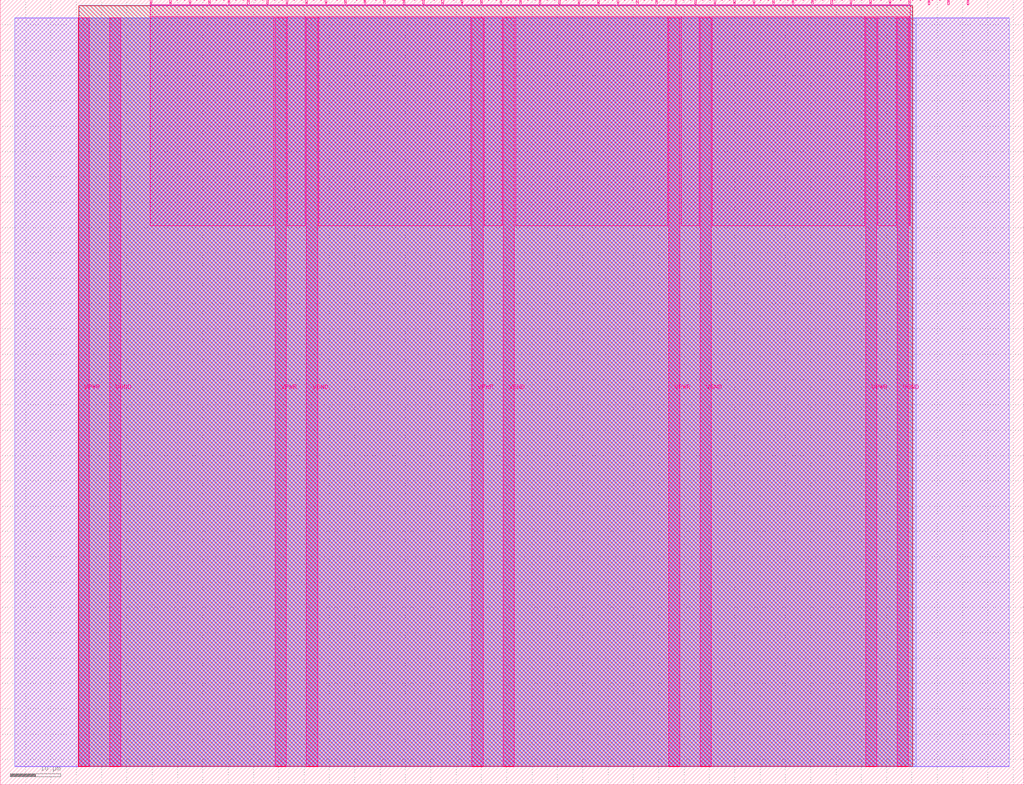
<source format=lef>
VERSION 5.7 ;
  NOWIREEXTENSIONATPIN ON ;
  DIVIDERCHAR "/" ;
  BUSBITCHARS "[]" ;
MACRO tt_um_c_2_array_mult
  CLASS BLOCK ;
  FOREIGN tt_um_c_2_array_mult ;
  ORIGIN 0.000 0.000 ;
  SIZE 202.080 BY 154.980 ;
  PIN VGND
    DIRECTION INOUT ;
    USE GROUND ;
    PORT
      LAYER Metal5 ;
        RECT 21.580 3.560 23.780 151.420 ;
    END
    PORT
      LAYER Metal5 ;
        RECT 60.450 3.560 62.650 151.420 ;
    END
    PORT
      LAYER Metal5 ;
        RECT 99.320 3.560 101.520 151.420 ;
    END
    PORT
      LAYER Metal5 ;
        RECT 138.190 3.560 140.390 151.420 ;
    END
    PORT
      LAYER Metal5 ;
        RECT 177.060 3.560 179.260 151.420 ;
    END
  END VGND
  PIN VPWR
    DIRECTION INOUT ;
    USE POWER ;
    PORT
      LAYER Metal5 ;
        RECT 15.380 3.560 17.580 151.420 ;
    END
    PORT
      LAYER Metal5 ;
        RECT 54.250 3.560 56.450 151.420 ;
    END
    PORT
      LAYER Metal5 ;
        RECT 93.120 3.560 95.320 151.420 ;
    END
    PORT
      LAYER Metal5 ;
        RECT 131.990 3.560 134.190 151.420 ;
    END
    PORT
      LAYER Metal5 ;
        RECT 170.860 3.560 173.060 151.420 ;
    END
  END VPWR
  PIN clk
    DIRECTION INPUT ;
    USE SIGNAL ;
    PORT
      LAYER Metal5 ;
        RECT 187.050 153.980 187.350 154.980 ;
    END
  END clk
  PIN ena
    DIRECTION INPUT ;
    USE SIGNAL ;
    PORT
      LAYER Metal5 ;
        RECT 190.890 153.980 191.190 154.980 ;
    END
  END ena
  PIN rst_n
    DIRECTION INPUT ;
    USE SIGNAL ;
    PORT
      LAYER Metal5 ;
        RECT 183.210 153.980 183.510 154.980 ;
    END
  END rst_n
  PIN ui_in[0]
    DIRECTION INPUT ;
    USE SIGNAL ;
    ANTENNAGATEAREA 0.213200 ;
    PORT
      LAYER Metal5 ;
        RECT 179.370 153.980 179.670 154.980 ;
    END
  END ui_in[0]
  PIN ui_in[1]
    DIRECTION INPUT ;
    USE SIGNAL ;
    ANTENNAGATEAREA 0.213200 ;
    PORT
      LAYER Metal5 ;
        RECT 175.530 153.980 175.830 154.980 ;
    END
  END ui_in[1]
  PIN ui_in[2]
    DIRECTION INPUT ;
    USE SIGNAL ;
    ANTENNAGATEAREA 0.213200 ;
    PORT
      LAYER Metal5 ;
        RECT 171.690 153.980 171.990 154.980 ;
    END
  END ui_in[2]
  PIN ui_in[3]
    DIRECTION INPUT ;
    USE SIGNAL ;
    ANTENNAGATEAREA 0.213200 ;
    PORT
      LAYER Metal5 ;
        RECT 167.850 153.980 168.150 154.980 ;
    END
  END ui_in[3]
  PIN ui_in[4]
    DIRECTION INPUT ;
    USE SIGNAL ;
    ANTENNAGATEAREA 0.213200 ;
    PORT
      LAYER Metal5 ;
        RECT 164.010 153.980 164.310 154.980 ;
    END
  END ui_in[4]
  PIN ui_in[5]
    DIRECTION INPUT ;
    USE SIGNAL ;
    ANTENNAGATEAREA 0.213200 ;
    PORT
      LAYER Metal5 ;
        RECT 160.170 153.980 160.470 154.980 ;
    END
  END ui_in[5]
  PIN ui_in[6]
    DIRECTION INPUT ;
    USE SIGNAL ;
    ANTENNAGATEAREA 0.213200 ;
    PORT
      LAYER Metal5 ;
        RECT 156.330 153.980 156.630 154.980 ;
    END
  END ui_in[6]
  PIN ui_in[7]
    DIRECTION INPUT ;
    USE SIGNAL ;
    ANTENNAGATEAREA 0.180700 ;
    PORT
      LAYER Metal5 ;
        RECT 152.490 153.980 152.790 154.980 ;
    END
  END ui_in[7]
  PIN uio_in[0]
    DIRECTION INPUT ;
    USE SIGNAL ;
    PORT
      LAYER Metal5 ;
        RECT 148.650 153.980 148.950 154.980 ;
    END
  END uio_in[0]
  PIN uio_in[1]
    DIRECTION INPUT ;
    USE SIGNAL ;
    PORT
      LAYER Metal5 ;
        RECT 144.810 153.980 145.110 154.980 ;
    END
  END uio_in[1]
  PIN uio_in[2]
    DIRECTION INPUT ;
    USE SIGNAL ;
    PORT
      LAYER Metal5 ;
        RECT 140.970 153.980 141.270 154.980 ;
    END
  END uio_in[2]
  PIN uio_in[3]
    DIRECTION INPUT ;
    USE SIGNAL ;
    PORT
      LAYER Metal5 ;
        RECT 137.130 153.980 137.430 154.980 ;
    END
  END uio_in[3]
  PIN uio_in[4]
    DIRECTION INPUT ;
    USE SIGNAL ;
    PORT
      LAYER Metal5 ;
        RECT 133.290 153.980 133.590 154.980 ;
    END
  END uio_in[4]
  PIN uio_in[5]
    DIRECTION INPUT ;
    USE SIGNAL ;
    PORT
      LAYER Metal5 ;
        RECT 129.450 153.980 129.750 154.980 ;
    END
  END uio_in[5]
  PIN uio_in[6]
    DIRECTION INPUT ;
    USE SIGNAL ;
    PORT
      LAYER Metal5 ;
        RECT 125.610 153.980 125.910 154.980 ;
    END
  END uio_in[6]
  PIN uio_in[7]
    DIRECTION INPUT ;
    USE SIGNAL ;
    PORT
      LAYER Metal5 ;
        RECT 121.770 153.980 122.070 154.980 ;
    END
  END uio_in[7]
  PIN uio_oe[0]
    DIRECTION OUTPUT ;
    USE SIGNAL ;
    ANTENNADIFFAREA 0.299200 ;
    PORT
      LAYER Metal5 ;
        RECT 56.490 153.980 56.790 154.980 ;
    END
  END uio_oe[0]
  PIN uio_oe[1]
    DIRECTION OUTPUT ;
    USE SIGNAL ;
    ANTENNADIFFAREA 0.299200 ;
    PORT
      LAYER Metal5 ;
        RECT 52.650 153.980 52.950 154.980 ;
    END
  END uio_oe[1]
  PIN uio_oe[2]
    DIRECTION OUTPUT ;
    USE SIGNAL ;
    ANTENNADIFFAREA 0.299200 ;
    PORT
      LAYER Metal5 ;
        RECT 48.810 153.980 49.110 154.980 ;
    END
  END uio_oe[2]
  PIN uio_oe[3]
    DIRECTION OUTPUT ;
    USE SIGNAL ;
    ANTENNADIFFAREA 0.299200 ;
    PORT
      LAYER Metal5 ;
        RECT 44.970 153.980 45.270 154.980 ;
    END
  END uio_oe[3]
  PIN uio_oe[4]
    DIRECTION OUTPUT ;
    USE SIGNAL ;
    ANTENNADIFFAREA 0.299200 ;
    PORT
      LAYER Metal5 ;
        RECT 41.130 153.980 41.430 154.980 ;
    END
  END uio_oe[4]
  PIN uio_oe[5]
    DIRECTION OUTPUT ;
    USE SIGNAL ;
    ANTENNADIFFAREA 0.299200 ;
    PORT
      LAYER Metal5 ;
        RECT 37.290 153.980 37.590 154.980 ;
    END
  END uio_oe[5]
  PIN uio_oe[6]
    DIRECTION OUTPUT ;
    USE SIGNAL ;
    ANTENNADIFFAREA 0.299200 ;
    PORT
      LAYER Metal5 ;
        RECT 33.450 153.980 33.750 154.980 ;
    END
  END uio_oe[6]
  PIN uio_oe[7]
    DIRECTION OUTPUT ;
    USE SIGNAL ;
    ANTENNADIFFAREA 0.299200 ;
    PORT
      LAYER Metal5 ;
        RECT 29.610 153.980 29.910 154.980 ;
    END
  END uio_oe[7]
  PIN uio_out[0]
    DIRECTION OUTPUT ;
    USE SIGNAL ;
    ANTENNADIFFAREA 0.299200 ;
    PORT
      LAYER Metal5 ;
        RECT 87.210 153.980 87.510 154.980 ;
    END
  END uio_out[0]
  PIN uio_out[1]
    DIRECTION OUTPUT ;
    USE SIGNAL ;
    ANTENNADIFFAREA 0.299200 ;
    PORT
      LAYER Metal5 ;
        RECT 83.370 153.980 83.670 154.980 ;
    END
  END uio_out[1]
  PIN uio_out[2]
    DIRECTION OUTPUT ;
    USE SIGNAL ;
    ANTENNADIFFAREA 0.299200 ;
    PORT
      LAYER Metal5 ;
        RECT 79.530 153.980 79.830 154.980 ;
    END
  END uio_out[2]
  PIN uio_out[3]
    DIRECTION OUTPUT ;
    USE SIGNAL ;
    ANTENNADIFFAREA 0.299200 ;
    PORT
      LAYER Metal5 ;
        RECT 75.690 153.980 75.990 154.980 ;
    END
  END uio_out[3]
  PIN uio_out[4]
    DIRECTION OUTPUT ;
    USE SIGNAL ;
    ANTENNADIFFAREA 0.299200 ;
    PORT
      LAYER Metal5 ;
        RECT 71.850 153.980 72.150 154.980 ;
    END
  END uio_out[4]
  PIN uio_out[5]
    DIRECTION OUTPUT ;
    USE SIGNAL ;
    ANTENNADIFFAREA 0.299200 ;
    PORT
      LAYER Metal5 ;
        RECT 68.010 153.980 68.310 154.980 ;
    END
  END uio_out[5]
  PIN uio_out[6]
    DIRECTION OUTPUT ;
    USE SIGNAL ;
    ANTENNADIFFAREA 0.299200 ;
    PORT
      LAYER Metal5 ;
        RECT 64.170 153.980 64.470 154.980 ;
    END
  END uio_out[6]
  PIN uio_out[7]
    DIRECTION OUTPUT ;
    USE SIGNAL ;
    ANTENNADIFFAREA 0.299200 ;
    PORT
      LAYER Metal5 ;
        RECT 60.330 153.980 60.630 154.980 ;
    END
  END uio_out[7]
  PIN uo_out[0]
    DIRECTION OUTPUT ;
    USE SIGNAL ;
    ANTENNADIFFAREA 0.632400 ;
    PORT
      LAYER Metal5 ;
        RECT 117.930 153.980 118.230 154.980 ;
    END
  END uo_out[0]
  PIN uo_out[1]
    DIRECTION OUTPUT ;
    USE SIGNAL ;
    ANTENNADIFFAREA 0.654800 ;
    PORT
      LAYER Metal5 ;
        RECT 114.090 153.980 114.390 154.980 ;
    END
  END uo_out[1]
  PIN uo_out[2]
    DIRECTION OUTPUT ;
    USE SIGNAL ;
    ANTENNADIFFAREA 0.654800 ;
    PORT
      LAYER Metal5 ;
        RECT 110.250 153.980 110.550 154.980 ;
    END
  END uo_out[2]
  PIN uo_out[3]
    DIRECTION OUTPUT ;
    USE SIGNAL ;
    ANTENNADIFFAREA 0.654800 ;
    PORT
      LAYER Metal5 ;
        RECT 106.410 153.980 106.710 154.980 ;
    END
  END uo_out[3]
  PIN uo_out[4]
    DIRECTION OUTPUT ;
    USE SIGNAL ;
    ANTENNADIFFAREA 0.654800 ;
    PORT
      LAYER Metal5 ;
        RECT 102.570 153.980 102.870 154.980 ;
    END
  END uo_out[4]
  PIN uo_out[5]
    DIRECTION OUTPUT ;
    USE SIGNAL ;
    ANTENNADIFFAREA 0.654800 ;
    PORT
      LAYER Metal5 ;
        RECT 98.730 153.980 99.030 154.980 ;
    END
  END uo_out[5]
  PIN uo_out[6]
    DIRECTION OUTPUT ;
    USE SIGNAL ;
    ANTENNADIFFAREA 0.654800 ;
    PORT
      LAYER Metal5 ;
        RECT 94.890 153.980 95.190 154.980 ;
    END
  END uo_out[6]
  PIN uo_out[7]
    DIRECTION OUTPUT ;
    USE SIGNAL ;
    ANTENNADIFFAREA 0.654800 ;
    PORT
      LAYER Metal5 ;
        RECT 91.050 153.980 91.350 154.980 ;
    END
  END uo_out[7]
  OBS
      LAYER GatPoly ;
        RECT 2.880 3.630 199.200 151.350 ;
      LAYER Metal1 ;
        RECT 2.880 3.560 199.200 151.420 ;
      LAYER Metal2 ;
        RECT 15.515 3.680 180.865 151.300 ;
      LAYER Metal3 ;
        RECT 15.560 3.635 180.100 153.865 ;
      LAYER Metal4 ;
        RECT 15.515 3.680 180.145 153.820 ;
      LAYER Metal5 ;
        RECT 30.120 153.770 33.240 153.980 ;
        RECT 33.960 153.770 37.080 153.980 ;
        RECT 37.800 153.770 40.920 153.980 ;
        RECT 41.640 153.770 44.760 153.980 ;
        RECT 45.480 153.770 48.600 153.980 ;
        RECT 49.320 153.770 52.440 153.980 ;
        RECT 53.160 153.770 56.280 153.980 ;
        RECT 57.000 153.770 60.120 153.980 ;
        RECT 60.840 153.770 63.960 153.980 ;
        RECT 64.680 153.770 67.800 153.980 ;
        RECT 68.520 153.770 71.640 153.980 ;
        RECT 72.360 153.770 75.480 153.980 ;
        RECT 76.200 153.770 79.320 153.980 ;
        RECT 80.040 153.770 83.160 153.980 ;
        RECT 83.880 153.770 87.000 153.980 ;
        RECT 87.720 153.770 90.840 153.980 ;
        RECT 91.560 153.770 94.680 153.980 ;
        RECT 95.400 153.770 98.520 153.980 ;
        RECT 99.240 153.770 102.360 153.980 ;
        RECT 103.080 153.770 106.200 153.980 ;
        RECT 106.920 153.770 110.040 153.980 ;
        RECT 110.760 153.770 113.880 153.980 ;
        RECT 114.600 153.770 117.720 153.980 ;
        RECT 118.440 153.770 121.560 153.980 ;
        RECT 122.280 153.770 125.400 153.980 ;
        RECT 126.120 153.770 129.240 153.980 ;
        RECT 129.960 153.770 133.080 153.980 ;
        RECT 133.800 153.770 136.920 153.980 ;
        RECT 137.640 153.770 140.760 153.980 ;
        RECT 141.480 153.770 144.600 153.980 ;
        RECT 145.320 153.770 148.440 153.980 ;
        RECT 149.160 153.770 152.280 153.980 ;
        RECT 153.000 153.770 156.120 153.980 ;
        RECT 156.840 153.770 159.960 153.980 ;
        RECT 160.680 153.770 163.800 153.980 ;
        RECT 164.520 153.770 167.640 153.980 ;
        RECT 168.360 153.770 171.480 153.980 ;
        RECT 172.200 153.770 175.320 153.980 ;
        RECT 176.040 153.770 179.160 153.980 ;
        RECT 29.660 151.630 179.620 153.770 ;
        RECT 29.660 110.315 54.040 151.630 ;
        RECT 56.660 110.315 60.240 151.630 ;
        RECT 62.860 110.315 92.910 151.630 ;
        RECT 95.530 110.315 99.110 151.630 ;
        RECT 101.730 110.315 131.780 151.630 ;
        RECT 134.400 110.315 137.980 151.630 ;
        RECT 140.600 110.315 170.650 151.630 ;
        RECT 173.270 110.315 176.850 151.630 ;
        RECT 179.470 110.315 179.620 151.630 ;
  END
END tt_um_c_2_array_mult
END LIBRARY


</source>
